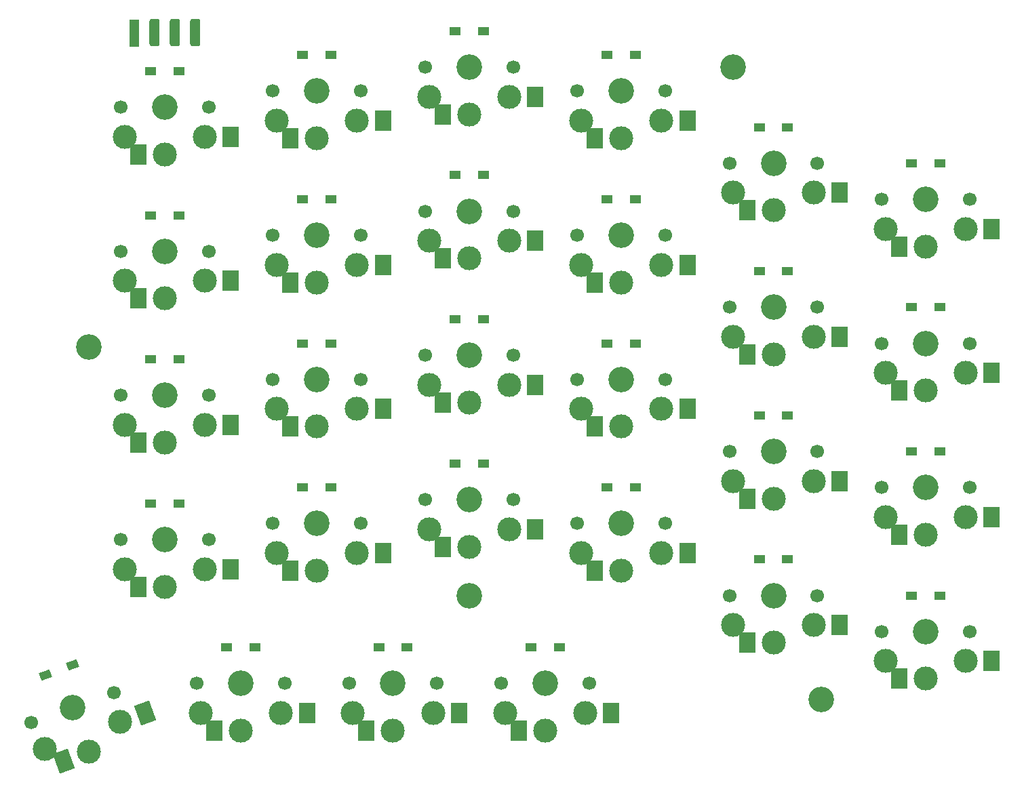
<source format=gts>
%TF.GenerationSoftware,KiCad,Pcbnew,7.0.1-0*%
%TF.CreationDate,2023-04-06T16:29:47+08:00*%
%TF.ProjectId,Input,496e7075-742e-46b6-9963-61645f706362,2*%
%TF.SameCoordinates,PX7bfa480PY6052340*%
%TF.FileFunction,Soldermask,Top*%
%TF.FilePolarity,Negative*%
%FSLAX46Y46*%
G04 Gerber Fmt 4.6, Leading zero omitted, Abs format (unit mm)*
G04 Created by KiCad (PCBNEW 7.0.1-0) date 2023-04-06 16:29:47*
%MOMM*%
%LPD*%
G01*
G04 APERTURE LIST*
G04 Aperture macros list*
%AMRoundRect*
0 Rectangle with rounded corners*
0 $1 Rounding radius*
0 $2 $3 $4 $5 $6 $7 $8 $9 X,Y pos of 4 corners*
0 Add a 4 corners polygon primitive as box body*
4,1,4,$2,$3,$4,$5,$6,$7,$8,$9,$2,$3,0*
0 Add four circle primitives for the rounded corners*
1,1,$1+$1,$2,$3*
1,1,$1+$1,$4,$5*
1,1,$1+$1,$6,$7*
1,1,$1+$1,$8,$9*
0 Add four rect primitives between the rounded corners*
20,1,$1+$1,$2,$3,$4,$5,0*
20,1,$1+$1,$4,$5,$6,$7,0*
20,1,$1+$1,$6,$7,$8,$9,0*
20,1,$1+$1,$8,$9,$2,$3,0*%
%AMRotRect*
0 Rectangle, with rotation*
0 The origin of the aperture is its center*
0 $1 length*
0 $2 width*
0 $3 Rotation angle, in degrees counterclockwise*
0 Add horizontal line*
21,1,$1,$2,0,0,$3*%
G04 Aperture macros list end*
%ADD10C,3.000000*%
%ADD11R,2.000000X2.600000*%
%ADD12C,3.200000*%
%ADD13R,1.400000X1.000000*%
%ADD14RotRect,1.400000X1.000000X20.000000*%
%ADD15R,1.270000X3.429000*%
%ADD16RoundRect,0.317500X-0.317500X-1.397000X0.317500X-1.397000X0.317500X1.397000X-0.317500X1.397000X0*%
%ADD17RotRect,2.000000X2.600000X200.000000*%
%ADD18C,1.700000*%
G04 APERTURE END LIST*
D10*
%TO.C,SW17*%
X24000000Y16300000D03*
D11*
X27255000Y16300000D03*
X15698000Y14100000D03*
%TD*%
D12*
%TO.C,H1*%
X38000000Y-25000000D03*
%TD*%
D10*
%TO.C,SW29*%
X24000000Y-1700000D03*
D11*
X27255000Y-1700000D03*
X15698000Y-3900000D03*
%TD*%
D10*
%TO.C,SW51*%
X52500000Y-39700000D03*
D11*
X55755000Y-39700000D03*
X44198000Y-41900000D03*
%TD*%
D13*
%TO.C,D27*%
X55225000Y6500000D03*
X58775000Y6500000D03*
%TD*%
%TO.C,D18*%
X-1775000Y22500000D03*
X1775000Y22500000D03*
%TD*%
D10*
%TO.C,SW15*%
X62000000Y16300000D03*
D11*
X65255000Y16300000D03*
X53698000Y14100000D03*
%TD*%
D13*
%TO.C,D15*%
X55225000Y24500000D03*
X58775000Y24500000D03*
%TD*%
%TO.C,D1*%
X93225000Y29000000D03*
X96775000Y29000000D03*
%TD*%
%TO.C,D37*%
X93225000Y-25000000D03*
X96775000Y-25000000D03*
%TD*%
%TO.C,D52*%
X26725000Y-31500000D03*
X30275000Y-31500000D03*
%TD*%
%TO.C,D2*%
X74225000Y33500000D03*
X77775000Y33500000D03*
%TD*%
D10*
%TO.C,SW3*%
X62000000Y34300000D03*
D11*
X65255000Y34300000D03*
X53698000Y32100000D03*
%TD*%
D13*
%TO.C,D16*%
X36225000Y27500000D03*
X39775000Y27500000D03*
%TD*%
D10*
%TO.C,SW4*%
X43000000Y37299997D03*
D11*
X46255000Y37299997D03*
X34698000Y35099997D03*
%TD*%
D10*
%TO.C,SW26*%
X81000000Y-10700000D03*
D11*
X84255000Y-10700000D03*
X72698000Y-12900000D03*
%TD*%
D13*
%TO.C,D4*%
X36225000Y45500000D03*
X39775000Y45500000D03*
%TD*%
%TO.C,D3*%
X55225000Y42500000D03*
X58775000Y42500000D03*
%TD*%
D10*
%TO.C,SW38*%
X81000000Y-28700000D03*
D11*
X84255000Y-28700000D03*
X72698000Y-30900000D03*
%TD*%
D14*
%TO.C,D54*%
X-14878059Y-34908623D03*
X-11542151Y-33694451D03*
%TD*%
D10*
%TO.C,SW27*%
X62000000Y-1700000D03*
D11*
X65255000Y-1700000D03*
X53698000Y-3900000D03*
%TD*%
D13*
%TO.C,D53*%
X7725000Y-31500000D03*
X11275000Y-31500000D03*
%TD*%
%TO.C,D39*%
X55225000Y-11500000D03*
X58775000Y-11500000D03*
%TD*%
D10*
%TO.C,SW52*%
X33500000Y-39700000D03*
D11*
X36755000Y-39700000D03*
X25198000Y-41900000D03*
%TD*%
D13*
%TO.C,D42*%
X-1775000Y-13500000D03*
X1775000Y-13500000D03*
%TD*%
%TO.C,D30*%
X-1775000Y4500000D03*
X1775000Y4500000D03*
%TD*%
D10*
%TO.C,SW13*%
X100000000Y2800000D03*
D11*
X103255000Y2800000D03*
X91698000Y600000D03*
%TD*%
D13*
%TO.C,D28*%
X36225000Y9500000D03*
X39775000Y9500000D03*
%TD*%
%TO.C,D6*%
X-1775000Y40500000D03*
X1775000Y40500000D03*
%TD*%
D10*
%TO.C,SW5*%
X24000000Y34300002D03*
D11*
X27255000Y34300002D03*
X15698000Y32100002D03*
%TD*%
D10*
%TO.C,SW28*%
X43000000Y1300000D03*
D11*
X46255000Y1300000D03*
X34698000Y-900000D03*
%TD*%
D10*
%TO.C,SW1*%
X100000000Y20800000D03*
D11*
X103255000Y20800000D03*
X91698000Y18600000D03*
%TD*%
D12*
%TO.C,H2*%
X82000000Y-38000000D03*
%TD*%
D13*
%TO.C,D13*%
X93225000Y11000000D03*
X96775000Y11000000D03*
%TD*%
D10*
%TO.C,SW42*%
X5000000Y-21700000D03*
D11*
X8255000Y-21700000D03*
X-3302000Y-23900000D03*
%TD*%
D10*
%TO.C,SW14*%
X81000000Y7300000D03*
D11*
X84255000Y7300000D03*
X72698000Y5100000D03*
%TD*%
D12*
%TO.C,H3*%
X71000000Y41000000D03*
%TD*%
D10*
%TO.C,SW30*%
X5000000Y-3700000D03*
D11*
X8255000Y-3700000D03*
X-3302000Y-5900000D03*
%TD*%
D15*
%TO.C,J1*%
X-3810000Y45222000D03*
D16*
X-1270000Y45349000D03*
X1270000Y45349000D03*
X3810000Y45349000D03*
%TD*%
D13*
%TO.C,D26*%
X74225000Y-2500000D03*
X77775000Y-2500000D03*
%TD*%
D10*
%TO.C,SW53*%
X14499996Y-39700000D03*
D11*
X17754996Y-39700000D03*
X6197996Y-41900000D03*
%TD*%
D12*
%TO.C,H4*%
X-9500000Y6000000D03*
%TD*%
D10*
%TO.C,SW18*%
X5000000Y14300000D03*
D11*
X8255000Y14300000D03*
X-3302000Y12100000D03*
%TD*%
D10*
%TO.C,SW40*%
X43000000Y-16700000D03*
D11*
X46255000Y-16700000D03*
X34698000Y-18900000D03*
%TD*%
D10*
%TO.C,SW41*%
X24000000Y-19700000D03*
D11*
X27255000Y-19700000D03*
X15698000Y-21900000D03*
%TD*%
D13*
%TO.C,D14*%
X74225000Y15500000D03*
X77775000Y15500000D03*
%TD*%
%TO.C,D17*%
X17225000Y24500000D03*
X20775000Y24500000D03*
%TD*%
D10*
%TO.C,SW39*%
X62000000Y-19700000D03*
D11*
X65255000Y-19700000D03*
X53698000Y-21900000D03*
%TD*%
D13*
%TO.C,D40*%
X36225000Y-8500000D03*
X39775000Y-8500000D03*
%TD*%
%TO.C,D51*%
X45725000Y-31500000D03*
X49275000Y-31500000D03*
%TD*%
D10*
%TO.C,SW6*%
X5000000Y32300000D03*
D11*
X8255000Y32300000D03*
X-3302000Y30100000D03*
%TD*%
D10*
%TO.C,SW2*%
X81000000Y25300000D03*
D11*
X84255000Y25300000D03*
X72698000Y23100000D03*
%TD*%
D10*
%TO.C,SW25*%
X100000000Y-15200000D03*
D11*
X103255000Y-15200000D03*
X91698000Y-17400000D03*
%TD*%
D13*
%TO.C,D29*%
X17225000Y6500000D03*
X20775000Y6500000D03*
%TD*%
%TO.C,D5*%
X17225000Y42500002D03*
X20775000Y42500002D03*
%TD*%
%TO.C,D25*%
X93225000Y-7000000D03*
X96775000Y-7000000D03*
%TD*%
D10*
%TO.C,SW16*%
X43000000Y19300000D03*
D11*
X46255000Y19300000D03*
X34698000Y17100000D03*
%TD*%
D10*
%TO.C,SW54*%
X-5536066Y-40766762D03*
D17*
X-2477367Y-39653486D03*
X-12584950Y-45673537D03*
%TD*%
D10*
%TO.C,SW37*%
X100000000Y-33200000D03*
D11*
X103255000Y-33200000D03*
X91698000Y-35400000D03*
%TD*%
D13*
%TO.C,D38*%
X74225000Y-20500000D03*
X77775000Y-20500000D03*
%TD*%
%TO.C,D41*%
X17225000Y-11500000D03*
X20775000Y-11500000D03*
%TD*%
D18*
%TO.C,SW20*%
X24500000Y20000000D03*
D10*
X19000000Y14100000D03*
D12*
X19000000Y20000000D03*
D10*
X14000000Y16300000D03*
D18*
X13500000Y20000000D03*
%TD*%
%TO.C,SW8*%
X24500000Y38000002D03*
D10*
X19000000Y32100002D03*
D12*
X19000000Y38000002D03*
D10*
X14000000Y34300002D03*
D18*
X13500000Y38000002D03*
%TD*%
%TO.C,SW11*%
X81500000Y29000000D03*
D10*
X76000000Y23100000D03*
D12*
X76000000Y29000000D03*
D10*
X71000000Y25300000D03*
D18*
X70500000Y29000000D03*
%TD*%
%TO.C,SW12*%
X100500000Y24500000D03*
D10*
X95000000Y18600000D03*
D12*
X95000000Y24500000D03*
D10*
X90000000Y20800000D03*
D18*
X89500000Y24500000D03*
%TD*%
%TO.C,SW7*%
X5500000Y36000000D03*
D10*
X0Y30100000D03*
D12*
X0Y36000000D03*
D10*
X-5000000Y32300000D03*
D18*
X-5500000Y36000000D03*
%TD*%
%TO.C,SW22*%
X62500000Y20000000D03*
D10*
X57000000Y14100000D03*
D12*
X57000000Y20000000D03*
D10*
X52000000Y16300000D03*
D18*
X51500000Y20000000D03*
%TD*%
%TO.C,SW58*%
X53000000Y-36000000D03*
D10*
X47500000Y-41900000D03*
D12*
X47500000Y-36000000D03*
D10*
X42500000Y-39700000D03*
D18*
X42000000Y-36000000D03*
%TD*%
%TO.C,SW44*%
X24500000Y-16000000D03*
D10*
X19000000Y-21900000D03*
D12*
X19000000Y-16000000D03*
D10*
X14000000Y-19700000D03*
D18*
X13500000Y-16000000D03*
%TD*%
%TO.C,SW36*%
X100500000Y-11500000D03*
D10*
X95000000Y-17400000D03*
D12*
X95000000Y-11500000D03*
D10*
X90000000Y-15200000D03*
D18*
X89500000Y-11500000D03*
%TD*%
%TO.C,SW34*%
X62500000Y2000000D03*
D10*
X57000000Y-3900000D03*
D12*
X57000000Y2000000D03*
D10*
X52000000Y-1700000D03*
D18*
X51500000Y2000000D03*
%TD*%
%TO.C,SW55*%
X-6331695Y-37118889D03*
D10*
X-9482085Y-44544186D03*
D12*
X-11500004Y-39000000D03*
D10*
X-14932993Y-44186963D03*
D18*
X-16668313Y-40881111D03*
%TD*%
%TO.C,SW9*%
X43500000Y40999997D03*
D10*
X38000000Y35099997D03*
D12*
X38000000Y40999997D03*
D10*
X33000000Y37299997D03*
D18*
X32500000Y40999997D03*
%TD*%
%TO.C,SW21*%
X43500000Y23000000D03*
D10*
X38000000Y17100000D03*
D12*
X38000000Y23000000D03*
D10*
X33000000Y19300000D03*
D18*
X32500000Y23000000D03*
%TD*%
%TO.C,SW19*%
X5500000Y18000000D03*
D10*
X0Y12100000D03*
D12*
X0Y18000000D03*
D10*
X-5000000Y14300000D03*
D18*
X-5500000Y18000000D03*
%TD*%
%TO.C,SW45*%
X43500000Y-13000000D03*
D10*
X38000000Y-18900000D03*
D12*
X38000000Y-13000000D03*
D10*
X33000000Y-16700000D03*
D18*
X32500000Y-13000000D03*
%TD*%
%TO.C,SW33*%
X43500000Y5000000D03*
D10*
X38000000Y-900000D03*
D12*
X38000000Y5000000D03*
D10*
X33000000Y1300000D03*
D18*
X32500000Y5000000D03*
%TD*%
%TO.C,SW24*%
X100500000Y6500000D03*
D10*
X95000000Y600000D03*
D12*
X95000000Y6500000D03*
D10*
X90000000Y2800000D03*
D18*
X89500000Y6500000D03*
%TD*%
%TO.C,SW47*%
X81500000Y-25000000D03*
D10*
X76000000Y-30900000D03*
D12*
X76000000Y-25000000D03*
D10*
X71000000Y-28700000D03*
D18*
X70500000Y-25000000D03*
%TD*%
%TO.C,SW32*%
X24500000Y2000000D03*
D10*
X19000000Y-3900000D03*
D12*
X19000000Y2000000D03*
D10*
X14000000Y-1700000D03*
D18*
X13500000Y2000000D03*
%TD*%
%TO.C,SW10*%
X62500000Y38000000D03*
D10*
X57000000Y32100000D03*
D12*
X57000000Y38000000D03*
D10*
X52000000Y34300000D03*
D18*
X51500000Y38000000D03*
%TD*%
%TO.C,SW35*%
X81500000Y-7000000D03*
D10*
X76000000Y-12900000D03*
D12*
X76000000Y-7000000D03*
D10*
X71000000Y-10700000D03*
D18*
X70500000Y-7000000D03*
%TD*%
%TO.C,SW43*%
X5500000Y-18000000D03*
D10*
X0Y-23900000D03*
D12*
X0Y-18000000D03*
D10*
X-5000000Y-21700000D03*
D18*
X-5500000Y-18000000D03*
%TD*%
%TO.C,SW31*%
X5500000Y0D03*
D10*
X0Y-5900000D03*
D12*
X0Y0D03*
D10*
X-5000000Y-3700000D03*
D18*
X-5500000Y0D03*
%TD*%
%TO.C,SW23*%
X81500000Y11000000D03*
D10*
X76000000Y5100000D03*
D12*
X76000000Y11000000D03*
D10*
X71000000Y7300000D03*
D18*
X70500000Y11000000D03*
%TD*%
%TO.C,SW48*%
X100500000Y-29500000D03*
D10*
X95000000Y-35400000D03*
D12*
X95000000Y-29500000D03*
D10*
X90000000Y-33200000D03*
D18*
X89500000Y-29500000D03*
%TD*%
%TO.C,SW46*%
X62500000Y-16000000D03*
D10*
X57000000Y-21900000D03*
D12*
X57000000Y-16000000D03*
D10*
X52000000Y-19700000D03*
D18*
X51500000Y-16000000D03*
%TD*%
%TO.C,SW56*%
X14999996Y-36000000D03*
D10*
X9499996Y-41900000D03*
D12*
X9499996Y-36000000D03*
D10*
X4499996Y-39700000D03*
D18*
X3999996Y-36000000D03*
%TD*%
%TO.C,SW57*%
X34000000Y-36000000D03*
D10*
X28500000Y-41900000D03*
D12*
X28500000Y-36000000D03*
D10*
X23500000Y-39700000D03*
D18*
X23000000Y-36000000D03*
%TD*%
M02*

</source>
